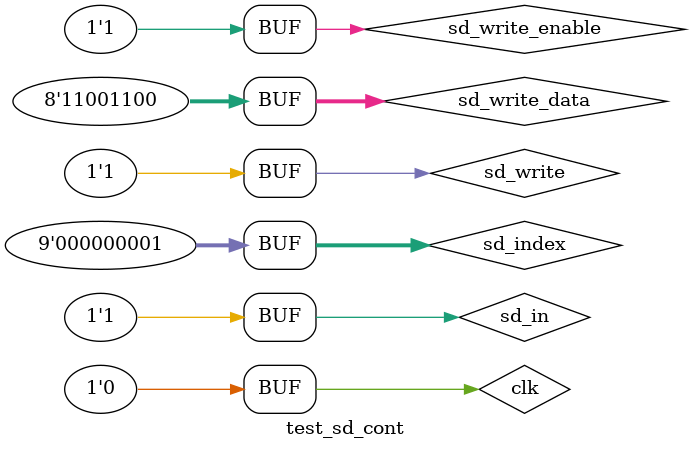
<source format=v>
module test_sd_cont();

   reg clk;

   reg sd_in;
   wire sd_clk, sd_ce, sd_out;

   reg [8:0] sd_index;
   wire [7:0] sd_read_data;
   reg [7:0] sd_write_data;
   reg sd_write_enable;

   reg sd_write;

   wire sd_busy;

   sd_cont dut
     (.clk(clk),
      .sd_clk(sd_clk),
      .sd_ce(sd_ce),
      .sd_out(sd_out),
      .sd_in(sd_in),

      .sd_index(sd_index),
      .sd_read_data(sd_read_data),
      .sd_write_data(sd_write_data),
      .sd_write_enable(sd_write_enable),

      .sd_addr(23'b0),
      .sd_write(sd_write),
      .sd_busy(sd_busy));

   initial begin
      sd_in <= 1'b0;
      #28;

      sd_index <= 9'h3;
      sd_write_data <= 8'haa;
      sd_write_enable <= 1;
      #10;

      sd_index <= 9'h1;
      sd_write_data <= 8'hcc;
      sd_write_enable <= 1;
      #10;

      sd_write <= 1;
      #10;

      sd_in <= 1'b0;

      #600000;
      sd_in <= 1'b1;
   end

   // geenrate clock to sequence tests
   always begin
      clk <= 1;
      #5;
      clk <= 0;
      #5;
   end

endmodule

</source>
